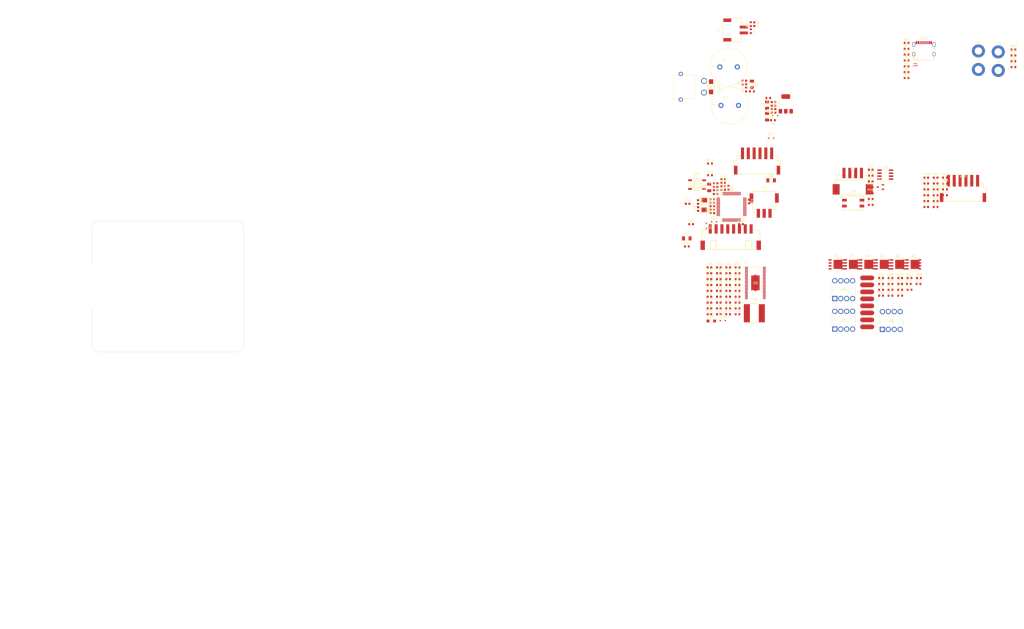
<source format=kicad_pcb>
(kicad_pcb (version 20241229) (generator "pcbnew") (generator_version "9.0")
  (title_block (title "Title of the Project") (date "2024-01-02") (company "Fresu Electronics LLC") (comment 3 "info@dariofresu.com") (comment 4 "Dario Fresu"))
  (layers (0 "F.Cu" signal) (2 "B.Cu" signal) (13 "F.Paste" user) (15 "B.Paste" user) (5 "F.SilkS" user "F.Silkscreen") (7 "B.SilkS" user "B.Silkscreen") (1 "F.Mask" user) (3 "B.Mask" user) (25 "Edge.Cuts" user))
  (net 0 "")
  (net 1 "+VDC")
  (net 2 "ADC_TEMP")
  (net 3 "+3V3")
  (net 4 "AN_IN")
  (net 5 "+5V")
  (net 6 "/[03] - STEP-DOWN/+3V3_IC")
  (net 7 "Net-(C15-Pad1)")
  (net 8 "Net-(C16-Pad1)")
  (net 9 "Net-(U4-VCAP_1)")
  (net 10 "/[04] - MCU/NRST")
  (net 11 "Net-(U4-VCAP_2)")
  (net 12 "Net-(U4-VDDA)")
  (net 13 "/[04] - MCU/SERVO")
  (net 14 "/[05] - MOSFET DRIVER/DVDD")
  (net 15 "Net-(U5-GVDD)")
  (net 16 "Net-(C28-Pad2)")
  (net 17 "Net-(U5-AVDD)")
  (net 18 "/[05] - MOSFET DRIVER/COMP")
  (net 19 "Net-(U5-CP2)")
  (net 20 "Net-(U5-CP1)")
  (net 21 "/[05] - MOSFET DRIVER/BST_BK")
  (net 22 "/[05] - MOSFET DRIVER/PH")
  (net 23 "/[05] - MOSFET DRIVER/+5V_DRV")
  (net 24 "H1_VS")
  (net 25 "/[05] - MOSFET DRIVER/BST_A")
  (net 26 "/[05] - MOSFET DRIVER/BST_B")
  (net 27 "H2_VS")
  (net 28 "/[05] - MOSFET DRIVER/BST_C")
  (net 29 "H3_VS")
  (net 30 "S1_P")
  (net 31 "S1_N")
  (net 32 "S2_P")
  (net 33 "S2_N")
  (net 34 "/[07] - CAN/C_CAN_P")
  (net 35 "/[07] - CAN/C_CAN_N")
  (net 36 "/[08] - FILTERS/HALL_1_IN")
  (net 37 "/[08] - FILTERS/HALL_2_IN")
  (net 38 "/[08] - FILTERS/HALL_3_IN")
  (net 39 "/[08] - FILTERS/TEMP_IN")
  (net 40 "/[09] - USB/+5V-C")
  (net 41 "/[09] - USB/USB-C_P")
  (net 42 "/[09] - USB/CC2")
  (net 43 "/[09] - USB/CC1")
  (net 44 "/[09] - USB/USB-C_N")
  (net 45 "Net-(D2-A)")
  (net 46 "Net-(D3-A)")
  (net 47 "Net-(D5-A)")
  (net 48 "Net-(D6-A)")
  (net 49 "Net-(D7-A)")
  (net 50 "Net-(D8-A)")
  (net 51 "/[04] - MCU/MISO_ADC_EXT2")
  (net 52 "/[04] - MCU/TX_SDA_NSS")
  (net 53 "/[04] - MCU/SCK_ADC_EXT")
  (net 54 "/[04] - MCU/RX_SCL_MOSI")
  (net 55 "/[04] - MCU/SWDIO")
  (net 56 "/[04] - MCU/SWCLK")
  (net 57 "/[06] - MOSFETs/PHASE_1")
  (net 58 "/[06] - MOSFETs/PHASE_2")
  (net 59 "/[06] - MOSFETs/PHASE_3")
  (net 60 "/[06] - MOSFETs/SH1_N")
  (net 61 "H1_LOW")
  (net 62 "/[06] - MOSFETs/SH1_P")
  (net 63 "/[06] - MOSFETs/SH2_N")
  (net 64 "H2_LOW")
  (net 65 "/[06] - MOSFETs/SH2_P")
  (net 66 "H3_LOW")
  (net 67 "/[06] - MOSFETs/M_H1_RG")
  (net 68 "/[06] - MOSFETs/M_L1_RG")
  (net 69 "/[06] - MOSFETs/M_H2_RG")
  (net 70 "/[06] - MOSFETs/M_L2_RG")
  (net 71 "/[06] - MOSFETs/M_H3_RG")
  (net 72 "/[06] - MOSFETs/M_L3_RG")
  (net 73 "/[04] - MCU/LED_GREEN")
  (net 74 "/[04] - MCU/PH_0_P")
  (net 75 "/[04] - MCU/PH_1_P")
  (net 76 "/[04] - MCU/LED_RED")
  (net 77 "Net-(U4-BOOT0)")
  (net 78 "Net-(U5-DTC)")
  (net 79 "/[05] - MOSFET DRIVER/RT_CLK")
  (net 80 "/[05] - MOSFET DRIVER/BIAS")
  (net 81 "/[05] - MOSFET DRIVER/VSENSE")
  (net 82 "SENS1")
  (net 83 "SENS2")
  (net 84 "SENS3")
  (net 85 "M_H1")
  (net 86 "M_L1")
  (net 87 "M_H2")
  (net 88 "M_L2")
  (net 89 "M_H3")
  (net 90 "M_L3")
  (net 91 "Net-(R45-Pad2)")
  (net 92 "Net-(R46-Pad2)")
  (net 93 "Net-(U9-Rs)")
  (net 94 "HALL_1_OUT")
  (net 95 "HALL_2_OUT")
  (net 96 "HALL_3_OUT")
  (net 97 "TEMP_MOTOR")
  (net 98 "Net-(R56-Pad2)")
  (net 99 "/[09] - USB/USB_N")
  (net 100 "/[09] - USB/USB_P")
  (net 101 "Net-(H1-Pad1)")
  (net 102 "Net-(H2-Pad1)")
  (net 103 "Net-(H3-Pad1)")
  (net 104 "Net-(H4-Pad1)")
  (net 109 "/[04] - MCU/USB_DP")
  (net 117 "/[04] - MCU/USB_DM")
  (net 122 "/[04] - MCU/HALL_3")
  (net 124 "/[04] - MCU/HALL_2")
  (net 125 "/[04] - MCU/RX_SCL_MOS")
  (net 127 "/[04] - MCU/HALL_1")
  (net 128 "EN_GATE")
  (net 130 "L2")
  (net 133 "H2")
  (net 134 "BR_SO2")
  (net 135 "L1")
  (net 136 "FAULT")
  (net 137 "H1")
  (net 138 "DC_CAL")
  (net 139 "L3")
  (net 141 "H3")
  (net 142 "BR_SO1")
  (net 143 "/[07] - CAN/CAN_N")
  (net 144 "/[07] - CAN/CAN_P")
  (net 145 "CAN_TX")
  (net 147 "CAN_RX")
  (net 152 "GND")
  (net 153 "/[04] - MCU/+3V3_DBG")
  (net 154 "/[04] - MCU/+3V3_COM")
  (net 155 "/[04] - MCU/+5V_COM")
  (net 158 "Net-(J3-Pad3)")
  (footprint "Package_SO:PowerPAK_SO-8_Single" (layer "F.Cu") (at 505.754268 137.135)
    (property "Reference" "Q2")
    (property "Value" "HSBA15810C")
  )
  (footprint "Capacitor_SMD:C_0603_1608Metric" (layer "F.Cu") (at 513.874909 99.082587)
    (property "Reference" "C53")
    (property "Value" "60p")
  )
  (footprint "Package_SO:PowerPAK_SO-8_Single" (layer "F.Cu") (at 532.17 137.135)
    (property "Reference" "Q6")
    (property "Value" "HSBA15810C")
  )
  (footprint "NetTie:NetTie-2_SMD_Pad2.0mm" (layer "F.Cu") (at 512.350333 154.927093)
    (property "Reference" "NT5" (hide yes))
    (property "Value" "NetTie_2" (hide yes))
  )
  (footprint "Resistor_SMD:R_0603_1608Metric" (layer "F.Cu") (at 456.825 138.45)
    (property "Reference" "R20")
    (property "Value" "1M")
  )
  (footprint "Capacitor_SMD:C_0603_1608Metric" (layer "F.Cu") (at 444.795 158.53)
    (property "Reference" "C34")
    (property "Value" "10u")
  )
  (footprint "Package_SO:PowerPAK_SO-8_Single" (layer "F.Cu") (at 512.358201 137.135)
    (property "Reference" "Q3")
    (property "Value" "HSBA15810C")
  )
  (footprint "Resistor_SMD:R_0603_1608Metric" (layer "F.Cu") (at 575 47.55)
    (property "Reference" "R64")
    (property "Value" "0R")
  )
  (footprint "Capacitor_SMD:C_0603_1608Metric" (layer "F.Cu") (at 450.700089 103.65)
    (property "Reference" "C17")
    (property "Value" "100n")
  )
  (footprint "Capacitor_SMD:C_0603_1608Metric" (layer "F.Cu") (at 448.805 148.49)
    (property "Reference" "C39")
    (property "Value" "10u")
  )
  (footprint "Capacitor_SMD:C_0603_1608Metric" (layer "F.Cu") (at 439.900089 113.4 90)
    (property "Reference" "C16")
    (property "Value" "10p")
  )
  (footprint "Resistor_SMD:R_0603_1608Metric" (layer "F.Cu") (at 541.675 107.5)
    (property "Reference" "R49")
    (property "Value" "2k2")
  )
  (footprint "Resistor_SMD:R_0603_1608Metric" (layer "F.Cu") (at 456.825 143.47)
    (property "Reference" "R22")
    (property "Value" "3k3")
  )
  (footprint "MountingHole:MountingHole_2.7mm_M2.5" (layer "F.Cu") (at 241.82 122.12)
    (property "Reference" "MH2" (hide yes))
    (property "Value" "MountingHole_2.7mm_M2.5" (hide yes))
  )
  (footprint "Package_SO:PowerPAK_SO-8_Single" (layer "F.Cu") (at 525.566067 137.135)
    (property "Reference" "Q5")
    (property "Value" "HSBA15810C")
  )
  (footprint "Capacitor_SMD:C_0603_1608Metric" (layer "F.Cu") (at 444.795 153.51)
    (property "Reference" "C32")
    (property "Value" "120p")
  )
  (footprint "Resistor_SMD:R_0603_1608Metric" (layer "F.Cu") (at 529.22 54.749989)
    (property "Reference" "R61")
    (property "Value" "22R")
  )
  (footprint "Resistor_SMD:R_0603_1608Metric" (layer "F.Cu") (at 513.874909 106.612587)
    (property "Reference" "R45")
    (property "Value" "10R")
  )
  (footprint "Resistor_SMD:R_0603_1608Metric" (layer "F.Cu") (at 545.685 99.97)
    (property "Reference" "R52")
    (property "Value" "10k")
  )
  (footprint "Capacitor_SMD:C_0603_1608Metric" (layer "F.Cu") (at 435.450089 111.15)
    (property "Reference" "C24")
    (property "Value" "100n")
  )
  (footprint "LED_SMD:LED_1206_3216Metric" (layer "F.Cu") (at 469.5 68.85 90)
    (property "Reference" "D3")
    (property "Value" "LED_G")
  )
  (footprint "DF_ESC_rev01_1:IND-SMD_L7.8-W7.8_SDR0805" (layer "F.Cu") (at 464.03 158.095)
    (property "Reference" "L1")
    (property "Value" "22u")
  )
  (footprint "DF_ESC_rev01_1:CONN-SMD_8P-P2.50_HX25003-8AWB" (layer "F.Cu") (at 453.900089 125.45)
    (property "Reference" "J1")
    (property "Value" "XH-2PWBPZ")
  )
  (footprint "Resistor_SMD:R_0603_1608Metric" (layer "F.Cu") (at 575 45.04)
    (property "Reference" "R63")
    (property "Value" "0R")
  )
  (footprint "Resistor_SMD:R_0603_1608Metric" (layer "F.Cu") (at 530.5 148)
    (property "Reference" "R37")
    (property "Value" "100R")
  )
  (footprint "Capacitor_SMD:C_0603_1608Metric" (layer "F.Cu") (at 461.750089 110.2 -90)
    (property "Reference" "C21")
    (property "Value" "2u2")
  )
  (footprint "Resistor_SMD:R_0603_1608Metric" (layer "F.Cu") (at 522.335 148.02)
    (property "Reference" "R41")
    (property "Value" "4R7")
  )
  (footprint "Capacitor_SMD:C_0603_1608Metric" (layer "F.Cu") (at 450.700089 102.15)
    (property "Reference" "C14")
    (property "Value" "100n")
  )
  (footprint "Capacitor_SMD:C_0603_1608Metric" (layer "F.Cu") (at 513.874909 96.572587)
    (property "Reference" "C52")
    (property "Value" "60p")
  )
  (footprint "DF_ESC_rev01_1:SOT-23-3_L3.0-W1.7-P0.95-LS2.9-BR" (layer "F.Cu") (at 518 104)
    (property "Reference" "U7")
    (property "Value" "ESDCAN24-2BLY")
  )
  (footprint "Resistor_SMD:R_0603_1608Metric" (layer "F.Cu") (at 513.874909 109.122587)
    (property "Reference" "R46")
    (property "Value" "10R")
  )
  (footprint "MountingHole:MountingHole_3.2mm_M3_DIN965_Pad" (layer "F.Cu") (at 560 53.6)
    (property "Reference" "H2")
    (property "Value" "MountingHole_Pad")
  )
  (footprint "Diode_SMD:Nexperia_CFP3_SOD-123W" (layer "F.Cu") (at 445.61 161.41)
    (property "Reference" "D9")
    (property "Value" "PMEG6020ER")
  )
  (footprint "Resistor_SMD:R_0603_1608Metric" (layer "F.Cu") (at 462.5 37.175 -90)
    (property "Reference" "TH2")
    (property "Value" "10k")
  )
  (footprint "Capacitor_SMD:C_0603_1608Metric" (layer "F.Cu") (at 448.805 138.45)
    (property "Reference" "C35")
    (property "Value" "100n")
  )
  (footprint "Capacitor_SMD:C_0603_1608Metric" (layer "F.Cu") (at 444.795 156.02)
    (property "Reference" "C33")
    (property "Value" "2u2")
  )
  (footprint "Capacitor_SMD:C_0603_1608Metric" (layer "F.Cu") (at 444.795 143.47)
    (property "Reference" "C28")
    (property "Value" "6n8")
  )
  (footprint "NetTie:NetTie-2_SMD_Pad2.0mm" (layer "F.Cu") (at 512.350333 163.927093)
    (property "Reference" "NT8" (hide yes))
    (property "Value" "NetTie_2" (hide yes))
  )
  (footprint "MountingHole:MountingHole_3.2mm_M3_DIN965_Pad" (layer "F.Cu") (at 568.5 54)
    (property "Reference" "H4")
    (property "Value" "MountingHole_Pad")
  )
  (footprint "DF_ESC_rev01_1:CONN-SMD_XH-2PWBPZ" (layer "F.Cu") (at 456 36.675 90)
    (property "Reference" "U2")
    (property "Value" "XH-2PWBPZ")
  )
  (footprint "Resistor_SMD:R_0603_1608Metric" (layer "F.Cu") (at 446.700089 103.15 90)
    (property "Reference" "R7")
    (property "Value" "1k")
  )
  (footprint "Resistor_SMD:R_0603_1608Metric" (layer "F.Cu") (at 518.325 150.53)
    (property "Reference" "R36")
    (property "Value" "4R7")
  )
  (footprint "Capacitor_SMD:C_0603_1608Metric" (layer "F.Cu") (at 448.805 158.53)
    (property "Reference" "C43")
    (property "Value" "10u")
  )
  (footprint "Capacitor_SMD:C_0603_1608Metric" (layer "F.Cu") (at 452.815 143.47)
    (property "Reference" "C46")
    (property "Value" "10u")
  )
  (footprint "Resistor_SMD:R_0603_1608Metric" (layer "F.Cu") (at 545.685 104.99)
    (property "Reference" "R54")
    (property "Value" "10k")
  )
  (footprint "Capacitor_SMD:C_0603_1608Metric" (layer "F.Cu") (at 541.675 99.97)
    (property "Reference" "C61")
    (property "Value" "100n")
  )
  (footprint "Capacitor_SMD:C_0603_1608Metric" (layer "F.Cu") (at 541.675 102.48)
    (property "Reference" "C62")
    (property "Value" "100n")
  )
  (footprint "Capacitor_SMD:C_0603_1608Metric" (layer "F.Cu") (at 537.665 102.48)
    (property "Reference" "C56")
    (property "Value" "4n7")
  )
  (footprint "DF_ESC_rev01_1:USB-C_SMD-TYPE-C-31-M-12_1" (layer "F.Cu") (at 536.650121 44.56917)
    (property "Reference" "U11")
    (property "Value" "TYPE-C-31-M-12")
  )
  (footprint "Resistor_SMD:R_0603_1608Metric" (layer "F.Cu") (at 452.950089 104.25 -90)
    (property "Reference" "R14")
    (property "Value" "0R")
  )
  (footprint "Package_SO:PowerPAK_SO-8_Single" (layer "F.Cu") (at 499.150335 137.135)
    (property "Reference" "Q1")
    (property "Value" "HSBA15810C")
  )
  (footprint "Capacitor_SMD:C_0603_1608Metric" (layer "F.Cu") (at 450.700089 105.15)
    (property "Reference" "C18")
    (property "Value" "100n")
  )
  (footprint "Resistor_SMD:R_0603_1608Metric" (layer "F.Cu") (at 456.825 151)
    (property "Reference" "R25")
    (property "Value" "18k")
  )
  (footprint "Capacitor_SMD:C_0603_1608Metric" (layer "F.Cu") (at 526.5 143)
    (property "Reference" "C50")
    (property "Value" "2u2")
  )
  (footprint "Resistor_SMD:R_0603_1608Metric" (layer "F.Cu") (at 518.325 148.02)
    (property "Reference" "R35")
    (property "Value" "4R7")
  )
  (footprint "Resistor_SMD:R_0603_1608Metric" (layer "F.Cu") (at 529.22 44.709989)
    (property "Reference" "R57")
    (property "Value" "0R")
  )
  (footprint "DF_ESC_rev01_1:CONN-SMD_XH-3AWB" (layer "F.Cu") (at 468.24014 111.963012)
    (property "Reference" "J3")
    (property "Value" "Conn_01x03")
  )
  (footprint "Resistor_SMD:R_0603_1608Metric" (layer "F.Cu") (at 541.675 112.52)
    (property "Reference" "R51")
    (property "Value" "10k")
  )
  (footprint "Capacitor_SMD:C_0603_1608Metric" (layer "F.Cu") (at 458.300089 119.9)
    (property "Reference" "C19")
    (property "Value" "2u2")
  )
  (footprint "Resistor_SMD:R_0603_1608Metric" (layer "F.Cu") (at 513.874909 104.102587)
    (property "Reference" "R44")
    (property "Value" "120R")
  )
  (footprint "LED_SMD:LED_1206_3216Metric" (layer "F.Cu") (at 435.1 126)
    (property "Reference" "D7")
    (property "Value" "LED_G")
  )
  (footprint "Resistor_SMD:R_0603_1608Metric" (layer "F.Cu") (at 462.5 34.175 90)
    (property "Reference" "R67")
    (property "Value" "2k2")
  )
  (footprint "Resistor_SMD:R_0603_1608Metric" (layer "F.Cu") (at 470 65.85 180)
    (property "Reference" "R5")
    (property "Value" "1k")
  )
  (footprint "Package_QFP:LQFP-64_10x10mm_P0.5mm" (layer "F.Cu") (at 454.265153 112.465)
    (property "Reference" "U4")
    (property "Value" "STM32F405RGTx")
  )
  (footprint "LED_SMD:LED_1206_3216Metric" (layer "F.Cu") (at 463 60 -90)
    (property "Reference" "D2")
    (property "Value" "LED_G")
  )
  (footprint "Resistor_SMD:R_0603_1608Metric" (layer "F.Cu") (at 518.325 143)
    (property "Reference" "R32")
    (property "Value" "100R")
  )
  (footprint "Resistor_SMD:R_0603_1608Metric" (layer "F.Cu") (at 534.52 143)
    (property "Reference" "R39")
    (property "Value" "39k")
  )
  (footprint "Capacitor_SMD:C_0603_1608Metric" (layer "F.Cu") (at 448.200089 103.15 90)
    (property "Reference" "C12")
    (property "Value" "100n")
  )
  (footprint "Inductor_SMD:L_0603_1608Metric" (layer "F.Cu") (at 436.962589 119.9)
    (property "Reference" "FB1")
    (property "Value" "FerriteBead")
  )
  (footprint "Resistor_SMD:R_0603_1608Metric" (layer "F.Cu") (at 522.335 143)
    (property "Reference" "R38")
    (property "Value" "100R")
  )
  (footprint "Capacitor_SMD:C_0603_1608Metric" (layer "F.Cu") (at 537.665 110.01)
    (property "Reference" "C59")
    (property "Value" "100n")
  )
  (footprint "Resistor_SMD:R_0603_1608Metric" (layer "F.Cu") (at 526.5 148.02)
    (property "Reference" "R29")
    (property "Value" "4R7")
  )
  (footprint "DF_ESC_rev01_1:CONN-SMD_S4B-XH-SM4-TB-LF-SN" (layer "F.Cu") (at 506.166843 101.482585)
    (property "Reference" "U6")
    (property "Value" "Conn_01x04_2mnt")
  )
  (footprint "DF_ESC_rev01_1:CAP-TH_BD16.0-P7.50-D1.2-FD" (layer "F.Cu") (at 453 52.5)
    (property "Reference" "C2")
    (property "Value" "LKMI2501K821MF")
  )
  (footprint "Resistor_SMD:R_0603_1608Metric" (layer "F.Cu") (at 541.675 104.99)
    (property "Reference" "R48")
    (property "Value" "2k2")
  )
  (footprint "Capacitor_SMD:C_0603_1608Metric" (layer "F.Cu") (at 464 34.175 -90)
    (property "Reference" "C63")
    (property "Value" "100n")
  )
  (footprint "DF_ESC_rev01_1:XSON-7_L2.2-W1.2-P0.50-BL" (layer "F.Cu") (at 533 51.5)
    (property "Reference" "CR1")
    (property "Value" "PUSB3AB6Z")
  )
  (footprint "Capacitor_SMD:C_0603_1608Metric" (layer "F.Cu") (at 526.5 145.51)
    (property "Reference" "C51")
    (property "Value" "2n2")
  )
  (footprint "MountingHole:MountingHole_3.2mm_M3_DIN965_Pad" (layer "F.Cu") (at 560 45.65)
    (property "Reference" "H1")
    (property "Value" "MountingHole_Pad")
  )
  (footprint "DF_ESC_rev01_1:CONN-TH_XT30PW-M" (layer "F.Cu") (at 437.5 61 -90)
    (property "Reference" "U1")
    (property "Value" "XT30PW-M")
  )
  (footprint "LED_SMD:LED_1206_3216Metric" (layer "F.Cu") (at 444.700089 104.15 90)
    (property "Reference" "D6")
    (property "Value" "LED_G")
  )
  (footprint "Capacitor_SMD:C_0603_1608Metric" (layer "F.Cu") (at 460.5 59.175 90)
    (property "Reference" "C4")
    (property "Value" "100n")
  )
  (footprint "Capacitor_SMD:C_0603_1608Metric" (layer "F.Cu") (at 446.050089 112.2 180)
    (property "Reference" "C20")
    (property "Value" "100n")
  )
  (footprint "Resistor_SMD:R_0603_1608Metric" (layer "F.Cu") (at 530.175 145.5)
    (property "Reference" "R43")
    (property "Value" "39k")
  )
  (footprint "Resistor_SMD:R_0603_1608Metric" (layer "F.Cu") (at 530.51 143)
    (property "Reference" "R33")
    (property "Value" "39k")
  )
  (footprint "Resistor_SMD:R_0603_1608Metric" (layer "F.Cu") (at 526.5 150.53)
    (property "Reference" "R30")
    (property "Value" "4R7")
  )
  (footprint "Capacitor_SMD:C_0603_1608Metric" (layer "F.Cu") (at 513.874909 101.592587)
    (property "Reference" "C54")
    (property "Value" "2u2")
  )
  (footprint "MountingHole:MountingHole_2.7mm_M2.5" (layer "F.Cu") (at 183.82 171.12)
    (property "Reference" "MH3" (hide yes))
    (property "Value" "MountingHole_2.7mm_M2.5" (hide yes))
  )
  (footprint "Resistor_SMD:R_0603_1608Metric" (layer "F.Cu") (at 452.815 156.02)
    (property "Reference" "R18")
    (property "Value" "10k")
  )
  (footprint "Capacitor_SMD:C_0603_1608Metric" (layer "F.Cu") (at 537.665 107.5)
    (property "Reference" "C58")
    (property "Value" "4n7")
  )
  (footprint "Capacitor_SMD:C_0603_1608Metric" (layer "F.Cu") (at 444.795 138.45)
    (property "Reference" "C26")
    (property "Value" "2u2")
  )
  (footprint "Resistor_SMD:R_0603_1608Metric" (layer "F.Cu") (at 456.825 145.98)
    (property "Reference" "R23")
    (property "Value" "18k")
  )
  (footprint "DF_ESC_rev01_1:SMA_L4.4-W2.8-LS5.1-BI" (layer "F.Cu") (at 445.5 61 -90)
    (property "Reference" "D1")
    (property "Value" "SMA6J60CA-Q")
  )
  (footprint "NetTie:NetTie-2_SMD_Pad2.0mm" (layer "F.Cu") (at 512.350333 142.927093)
    (property "Reference" "NT1" (hide yes))
    (property "Value" "NetTie_2" (hide yes))
  )
  (footprint "NetTie:NetTie-2_SMD_Pad2.0mm" (layer "F.Cu") (at 512.350333 151.927093)
    (property "Reference" "NT4" (hide yes))
    (property "Value" "NetTie_2" (hide yes))
  )
  (footprint "Capacitor_SMD:C_0603_1608Metric" (layer "F.Cu") (at 452.815 145.98)
    (property "Reference" "C47")
    (property "Value" "100n")
  )
  (footprint "Diode_SMD:D_SOD-323" (layer "F.Cu") (at 443.45 120.65 -90)
    (property "Reference" "D13")
    (property "Value" "BAT60A")
  )
  (footprint "Resistor_SMD:R_0603_1608Metric" (layer "F.Cu") (at 522.335 145.51)
    (property "Reference" "R40")
    (property "Value" "0R001")
  )
  (footprint "MountingHole:MountingHole_2.7mm_M2.5" (layer "F.Cu") (at 183.82 122.12)
    (property "Reference" "MH1" (hide yes))
    (property "Value" "MountingHole_2.7mm_M2.5" (hide yes))
  )
  (footprint "Resistor_SMD:R_0603_1608Metric" (layer "F.Cu") (at 529.22 57.259989)
    (property "Reference" "R62")
    (property "Value" "22R")
  )
  (footprint "Resistor_SMD:R_0603_1608Metric" (layer "F.Cu") (at 452.815 153.51)
    (property "Reference" "R17")
    (property "Value" "16k2")
  )
  (footprint "Resistor_SMD:R_0603_1608Metric" (layer "F.Cu") (at 456.825 156.02)
    (property "Reference" "R27")
    (property "Value" "18k")
  )
  (footprint "Package_TO_SOT_SMD:SOT-223-3_TabPin2" (layer "F.Cu") (at 477.5 68.35 90)
    (property "Reference" "U3")
    (property "Value" "AMS1117-3.3")
  )
  (footprint "Capacitor_SMD:C_0603_1608Metric" (layer "F.Cu") (at 448.805 145.98)
    (property "Reference" "C38")
    (property "Value" "10u")
  )
  (footprint "DF_ESC_rev01_1:CONN-SMD_6P-P2.50_DEALON_XH-6PWB" (layer "F.Cu") (at 465.200089 93.15)
    (property "Reference" "J2")
    (property "Value" "Conn_01x06")
  )
  (footprint "LED_SMD:LED_1206_3216Metric" (layer "F.Cu") (at 471.215153 101.125)
    (property "Reference" "D8")
    (property "Value" "LED_R")
  )
  (footprint "NetTie:NetTie-2_SMD_Pad2.0mm" (layer "F.Cu") (at 512.350333 148.927093)
    (property "Reference" "NT3" (hide yes))
    (property "Value" "NetTie_2" (hide yes))
  )
  (footprint "Diode_SMD:D_SOD-323" (layer "F.Cu") (at 473 73.35)
    (property "Reference" "D4")
    (property "Value" "BAT60A")
  )
  (footprint "Capacitor_SMD:C_0603_1608Metric" (layer "F.Cu") (at 444.795 151)
    (property "Reference" "C31")
    (property "Value" "2u2")
  )
  (footprint "DF_ESC_rev01_1:WE_7461084" (layer "F.Cu") (at 498.490333 164.887093)
    (property "Reference" "J5")
    (property "Value" "Conn_01x01" (hide yes))
  )
  (footprint "Capacitor_SMD:C_0603_1608Metric" (layer "F.Cu") (at 452.815 138.45)
    (property "Reference" "C44")
    (property "Value" "100n")
  )
  (footprint "Capacitor_SMD:C_0603_1608Metric" (layer "F.Cu") (at 471.5 71.35 90)
    (property "Reference" "C8")
    (property "Value" "1u")
  )
  (footprint "Capacitor_SMD:C_0603_1608Metric" (layer "F.Cu") (at 452.815 148.49)
    (property "Reference" "C48")
    (property "Value" "10u")
  )
  (footprint "Resistor_SMD:R_0603_1608Metric" (layer "F.Cu") (at 472 75.35 180)
    (property "Reference" "R6")
    (property "Value" "1k")
  )
  (footprint "Resistor_SMD:R_0603_1608Metric" (layer "F.Cu") (at 541.675 110.01)
    (property "Reference" "R50")
    (property "Value" "2k2")
  )
  (footprint "Package_SO:SOIC-8_3.9x4.9mm_P1.27mm" (layer "F.Cu") (at 520.104909 98.672587)
    (property "Reference" "U9")
    (property "Value" "SN65HVD230")
  )
  (footprint "Resistor_SMD:R_0603_1608Metric" (layer "F.Cu") (at 446.050089 110.7)
    (property "Reference" "R12")
    (property "Value" "0R")
  )
  (footprint "Resistor_SMD:R_0603_1608Metric" (layer "F.Cu") (at 513.874909 111.632587)
    (property "Reference" "R47")
    (property "Value" "10k")
  )
  (footprint "Capacitor_SMD:C_0603_1608Metric" (layer "F.Cu") (at 444.795 145.98)
    (property "Reference" "C29")
    (property "Value" "2u2")
  )
  (footprint "Capacitor_SMD:C_0603_1608Metric" (layer "F.Cu") (at 444.795 140.96)
    (property "Reference" "C27")
    (property "Value" "2u2")
  )
  (footprint "Capacitor_SMD:C_0603_1608Metric" (layer "F.Cu") (at 445.300089 114.4 90)
    (property "Reference" "C23")
    (property "Value" "1u")
  )
  (footprint "Capacitor_SMD:C_0603_1608Metric" (layer "F.Cu") (at 448.805 153.51)
    (property "Reference" "C41")
    (property "Value" "10u")
  )
  (footprint "DF_ESC_rev01_1:SW-SMD_4P-L5.2-W5.2-P3.70-LS6.4" (layer "F.Cu") (at 439.500089 102.95)
    (property "Reference" "SW1")
    (property "Value" "PTS526SK15SMTR2LFS")
  )
  (footprint "Resistor_SMD:R_0603_1608Metric" (layer "F.Cu") (at 529.22 49.729989)
    (property "Reference" "R59")
    (property "Value" "5k1")
  )
  (footprint "MountingHole:MountingHole_3.2mm_M3_DIN965_Pad" (layer "F.Cu") (at 568.5 46.05)
    (property "Reference" "H3")
    (property "Value" "MountingHole_Pad")
  )
  (footprint "Capacitor_SMD:C_0603_1608Metric" (layer "F.Cu") (at 452.815 151)
    (property "Reference" "C49")
    (property "Value" "100n")
  )
  (footprint "Resistor_SMD:R_0603_1608Metric" (layer "F.Cu") (at 575 52.57)
    (property "Reference" "R66")
    (property "Value" "0R")
  )
  (footprint "Capacitor_SMD:C_0603_1608Metric" (layer "F.Cu") (at 537.665 104.99)
    (property "Reference" "C57")
    (property "Value" "4n7")
  )
  (footprint "NetTie:NetTie-2_SMD_Pad2.0mm" (layer "F.Cu") (at 512.350333 157.927093)
    (property "Reference" "NT6" (hide yes))
    (property "Value" "NetTie_2" (hide yes))
  )
  (footprint "Capacitor_SMD:C_0603_1608Metric" (layer "F.Cu") (at 448.805 151)
    (property "Reference" "C40")
    (property "Value" "10u")
  )
  (footprint "Resistor_SMD:R_0603_1608Metric" (layer "F.Cu") (at 529.22 42.199989)
    (property "Reference" "R56")
    (property "Value" "0R")
  )
  (footprint "Resistor_SMD:R_0603_1608Metric" (layer "F.Cu") (at 575 50.06)
    (property "Reference" "R65")
    (property "Value" "0R")
  )
  (footprint "Resistor_SMD:R_0603_1608Metric" (layer "F.Cu") (at 446.050089 109.2 180)
    (property "Reference" "R11")
    (property "Value" "R")
  )
  (footprint "Resistor_SMD:R_0603_1608Metric" (layer "F.Cu") (at 529.22 52.239989)
    (property "Reference" "R60")
    (property "Value" "5k1")
  )
  (footprint "DF_ESC_rev01_1:CONN-SMD_6P-P2.50_DEALON_XH-6PWB" (layer "F.Cu") (at 553.396934 104.879998)
    (property "Reference" "U10")
    (property "Value" "Conn_01x04_2mnt")
  )
  (footprint "MountingHole:MountingHole_2.7mm_M2.5" (layer "F.Cu") (at 241.82 171.12)
    (property "Reference" "MH4" (hide yes))
    (property "Value" "MountingHole_2.7mm_M2.5" (hide yes))
  )
  (footprint "Resistor_SMD:R_0603_1608Metric" (layer "F.Cu") (at 460.5 62.175 90)
    (property "Reference" "R2")
    (property "Value" "39k")
  )
  (footprint "DF_ESC_rev01_1:CRYSTAL-SMD_L5.0-W3.2" (layer "F.Cu") (at 442.586646 111.699988 -90)
    (property "Reference" "Y1")
    (property "Value" "8M 10ppm")
  )
  (footprint "Resistor_SMD:R_0603_1608Metric" (layer "F.Cu") (at 456.825 153.51)
    (property "Reference" "R26")
    (property "Value" "3k3")
  )
  (footprint "Capacitor_SMD:C_0603_1608Metric" (layer "F.Cu") (at 439.900089 110.4 -90)
    (property "Reference" "C15")
    (property "Value" "C")
  )
  (footprint "Capacitor_SMD:C_0603_1608Metric" (layer "F.Cu") (at 446.700089 106.15 -90)
    (property "Reference" "C9")
    (property "Value" "C")
  )
  (footprint "Capacitor_SMD:C_0603_1608Metric" (layer "F.Cu") (at 448.805 156.02)
    (property "Reference" "C42")
    (property "Value" "10u")
  )
  (footprint "Capacitor_SMD:C_0603_1608Metric" (layer "F.Cu") (at 473 71.35 90)
    (property "Reference" "C7")
    (property "Value" "1u")
  )
  (footprint "LED_SMD:LED_1206_3216Metric" (layer "F.Cu") (at 469.5 73.85 -90)
    (property "Reference" "D5")
    (property "Value" "LED_G")
  )
  (footprint "Capacitor_SMD:C_0603_1608Metric" (layer "F.Cu") (at 446.800089 114.4 90)
    (property "Reference" "C22")
    (property "Value" "100n")
  )
  (footprint "Resistor_SMD:R_0603_1608Metric" (layer "F.Cu") (at 534.34 145.5)
    (property "Reference" "R31")
    (property "Value" "100R")
  )
  (footprint "DF_ESC_rev01_1:FILTER-SMD_4P-L9.2-W6.0-P2.54-TL" (layer "F.Cu") (at 506.359909 110.874587)
    (property "Reference" "U8")
    (property "Value" "744227S")
  )
  (footprint "Diode_SMD:D_SOD-323" (layer "F.Cu") (at 471.265153 83.015)
    (property "Reference" "D11")
    (property "Value" "BAT60A")
  )
  (footprint "Capacitor_SMD:C_0603_1608Metric" (layer "F.Cu") (at 471.5 68.35 -90)
    (property "Reference" "C5")
    (property "Value" "1u")
  )
  (footprint "NetTie:NetTie-2_SMD_Pad2.0mm" (layer "F.Cu") (at 512.350333 145.927093)
    (property "Reference" "NT2" (hide yes))
    (property "Value" "NetTie_2" (hide yes))
  )
  (footprint "Capacitor_SMD:C_0603_1608Metric" (layer "F.Cu") (at 537.665 112.52)
    (property "Reference" "C60")
    (property "Value" "100n")
  )
  (footprint "Resistor_SMD:R_0603_1608Metric" (layer "F.Cu") (at 456.825 140.96)
    (property "Reference" "R21")
    (property "Value" "18k")
  )
  (footprint "Resistor_SMD:R_0603_1608Metric" (layer "F.Cu") (at 522.335 150.53)
    (property "Reference" "R42")
    (property "Value" "4R7")
  )
  (footprint "Resistor_SMD:R_0603_1608Metric" (layer "F.Cu") (at 459 59.175 90)
    (property "Reference" "R3")
    (property "Value" "2k2")
  )
  (footprint "Resistor_SMD:R_0603_1608Metric" (layer "F.Cu") (at 529.22 47.219989)
    (property "Reference" "R58")
    (property "Value" "0R")
  )
  (footprint "Diode_SMD:D_SOD-323" (layer "F.Cu") (at 446.8 118.85)
    (property "Reference" "D12")
    (property "Value" "BAT60A")
  )
  (footprint "Resistor_SMD:R_0603_1608Metric" (layer "F.Cu") (at 545.685 107.5)
    (property "Reference" "R55")
    (property "Value" "0R")
  )
  (footprint "Capacitor_SMD:C_0603_1608Metric" (layer "F.Cu") (at 537.665 99.97)
    (property "Reference" "C55")
    (property "Value" "4n7")
  )
  (footprint "Package_SO:PowerPAK_SO-8_Single" (layer "F.Cu") (at 518.962134 137.135)
    (property "Reference" "Q4")
    (property "Value" "HSBA15810C")
  )
  (footprint "DF_ESC_rev01_1:WE_7461084" (layer "F.Cu") (at 498.490333 151.787093)
    (property "Reference" "J4")
    (property "Value" "Conn_01x01" (hide yes))
  )
  (footprint "Capacitor_SMD:C_0603_1608Metric" (layer "F.Cu") (at 448.805 143.47)
    (property "Reference" "C37")
    (property "Value" "10u")
  )
  (footprint "Capacitor_SMD:C_0603_1608Metric" (layer "F.Cu") (at 448.805 140.96)
    (property "Reference" "C36")
    (property "Value" "10u")
  )
  (footprint "Capacitor_SMD:C_0603_1608Metric" (layer "F.Cu") (at 452.815 140.96)
    (property "Reference" "C45")
    (property "Value" "10u")
  )
  (footprint "DF_ESC_rev01_1:WE_7461084" (layer "F.Cu") (at 518.88 165)
    (property "Reference" "J6")
    (property "Value" "Conn_01x01" (hide yes))
  )
  (footprint "NetTie:NetTie-2_SMD_Pad2.0mm" (layer "F.Cu") (at 512.350333 160.927093)
    (property "Reference" "NT7" (hide yes))
    (property "Value" "NetTie_2" (hide yes))
  )
  (footprint "Resistor_SMD:R_0603_1608Metric" (layer "F.Cu") (at 518.325 145.51)
    (property "Reference" "R34")
    (property "Value" "0R001")
  )
  (footprint "Resistor_SMD:R_0603_1608Metric" (layer "F.Cu") (at 452.815 158.53)
    (property "Reference" "R19")
    (property "Value" "205k")
  )
  (footprint "Capacitor_SMD:C_0603_1608Metric" (layer "F.Cu") (at 444.795 148.49)
    (property "Reference" "C30")
    (property "Value" "2u2")
  )
  (footprint "Resistor_SMD:R_0603_1608Metric" (layer "F.Cu") (at 435.125 129.45)
    (property "Reference" "R10")
    (property "Value" "1k")
  )
  (footprint "Resistor_SMD:R_0603_1608Metric" (layer "F.Cu") (at 456.825 158.53)
    (property "Reference" "R28")
    (property "Value" "3k3")
  )
  (footprint "Capacitor_SMD:C_0603_1608Metric" (layer "F.Cu") (at 450.700089 100.65)
    (property "Reference" "C10")
    (property "Value" "100n")
  )
  (footprint "Diode_SMD:D_SOD-323" (layer "F.Cu") (at 450.55 161.26)
    (property "Reference" "D10")
    (property "Value" "BAT60A")
  )
  (footprint "Capacitor_SMD:C_0603_1608Metric" (layer "F.Cu") (at 473 68.35 -90)
    (property "Reference" "C6")
    (property "Value" "1u")
  )
  (footprint "Resistor_SMD:R_0603_1608Metric" (layer "F.Cu") (at 545.685 102.48)
    (property "Reference" "R53")
    (property "Value" "10k")
  )
  (footprint "Resistor_SMD:R_0603_1608Metric" (layer "F.Cu") (at 445.035153 93.905)
    (property "Reference" "R13")
    (property "Value" "1k")
  )
  (footprint "Resistor_SMD:R_0603_1608Metric" (layer "F.Cu") (at 445.035153 98.925)
    (property "Reference" "R15")
    (property "Value" "2k2")
  )
  (footprint "DF_ESC_rev01_1:CAP-TH_BD16.0-P7.50-D1.2-FD" (layer "F.Cu") (at 453.5 69)
    (property "Reference" "C1")
    (property "Value" "LKMI2501K821MF")
  )
  (footprint "Capacitor_SMD:C_0603_1608Metric" (layer "F.Cu") (at 448.200089 106.15 -90)
    (property "Reference" "C13")
    (property "Value" "100n")
  )
  (footprint "DF_ESC_rev01_1:DCA56_6P35X3P61" (layer "F.Cu") (at 464.48 145.0737)
    (property "Reference" "U5")
    (property "Value" "DRV8302DCA")
  )
  (footprint "Resistor_SMD:R_0603_1608Metric" (layer "F.Cu") (at 463 63)
    (property "Reference" "R4")
    (property "Value" "39k")
  )
  (footprint "Resistor_SMD:R_0603_1608Metric" (layer "F.Cu") (at 456.825 148.49)
    (property "Reference" "R24")
    (property "Value" "3k3")
  )
  (gr_arc (start 242.32 118.62) (mid 244.44132 119.49868) (end 245.32 121.62) (stroke (width 0.1)) (layer "Edge.Cuts"))
  (gr_line (start 245.32 171.62) (end 245.32 121.62) (stroke (width 0.1)) (layer "Edge.Cuts"))
  (gr_line (start 180.32 121.62) (end 180.32 137.62) (stroke (width 0.1)) (layer "Edge.Cuts"))
  (gr_arc (start 183.32 174.62) (mid 181.19868 173.74132) (end 180.32 171.62) (stroke (width 0.1)) (layer "Edge.Cuts"))
  (gr_line (start 183.32 174.62) (end 242.32 174.62) (stroke (width 0.1)) (layer "Edge.Cuts"))
  (gr_arc (start 245.32 171.62) (mid 244.44132 173.74132) (end 242.32 174.62) (stroke (width 0.1)) (layer "Edge.Cuts"))
  (gr_arc (start 180.32 121.62) (mid 181.19868 119.49868) (end 183.32 118.62) (stroke (width 0.1)) (layer "Edge.Cuts"))
  (gr_line (start 180.32 155.62) (end 180.32 171.62) (stroke (width 0.1)) (layer "Edge.Cuts"))
  (gr_line (start 242.32 118.62) (end 183.32 118.62) (stroke (width 0.1)) (layer "Edge.Cuts"))
)
</source>
